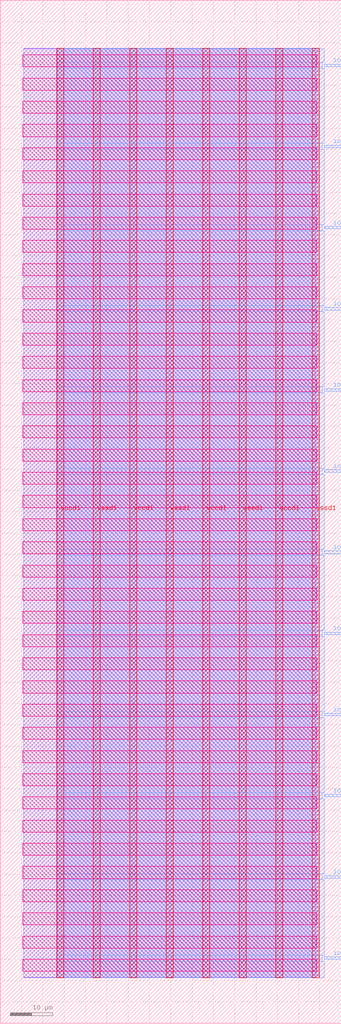
<source format=lef>
VERSION 5.7 ;
  NOWIREEXTENSIONATPIN ON ;
  DIVIDERCHAR "/" ;
  BUSBITCHARS "[]" ;
MACRO analog_io_control
  CLASS BLOCK ;
  FOREIGN analog_io_control ;
  ORIGIN 0.000 0.000 ;
  SIZE 80.000 BY 240.000 ;
  PIN io_oeb[0]
    DIRECTION OUTPUT TRISTATE ;
    USE SIGNAL ;
    PORT
      LAYER met3 ;
        RECT 76.000 34.040 80.000 34.640 ;
    END
  END io_oeb[0]
  PIN io_oeb[1]
    DIRECTION OUTPUT TRISTATE ;
    USE SIGNAL ;
    PORT
      LAYER met3 ;
        RECT 76.000 72.120 80.000 72.720 ;
    END
  END io_oeb[1]
  PIN io_oeb[2]
    DIRECTION OUTPUT TRISTATE ;
    USE SIGNAL ;
    PORT
      LAYER met3 ;
        RECT 76.000 110.200 80.000 110.800 ;
    END
  END io_oeb[2]
  PIN io_oeb[3]
    DIRECTION OUTPUT TRISTATE ;
    USE SIGNAL ;
    PORT
      LAYER met3 ;
        RECT 76.000 148.280 80.000 148.880 ;
    END
  END io_oeb[3]
  PIN io_oeb[4]
    DIRECTION OUTPUT TRISTATE ;
    USE SIGNAL ;
    PORT
      LAYER met3 ;
        RECT 76.000 186.360 80.000 186.960 ;
    END
  END io_oeb[4]
  PIN io_oeb[5]
    DIRECTION OUTPUT TRISTATE ;
    USE SIGNAL ;
    PORT
      LAYER met3 ;
        RECT 76.000 224.440 80.000 225.040 ;
    END
  END io_oeb[5]
  PIN io_out[0]
    DIRECTION OUTPUT TRISTATE ;
    USE SIGNAL ;
    PORT
      LAYER met3 ;
        RECT 76.000 15.000 80.000 15.600 ;
    END
  END io_out[0]
  PIN io_out[1]
    DIRECTION OUTPUT TRISTATE ;
    USE SIGNAL ;
    PORT
      LAYER met3 ;
        RECT 76.000 53.080 80.000 53.680 ;
    END
  END io_out[1]
  PIN io_out[2]
    DIRECTION OUTPUT TRISTATE ;
    USE SIGNAL ;
    PORT
      LAYER met3 ;
        RECT 76.000 91.160 80.000 91.760 ;
    END
  END io_out[2]
  PIN io_out[3]
    DIRECTION OUTPUT TRISTATE ;
    USE SIGNAL ;
    PORT
      LAYER met3 ;
        RECT 76.000 129.240 80.000 129.840 ;
    END
  END io_out[3]
  PIN io_out[4]
    DIRECTION OUTPUT TRISTATE ;
    USE SIGNAL ;
    PORT
      LAYER met3 ;
        RECT 76.000 167.320 80.000 167.920 ;
    END
  END io_out[4]
  PIN io_out[5]
    DIRECTION OUTPUT TRISTATE ;
    USE SIGNAL ;
    PORT
      LAYER met3 ;
        RECT 76.000 205.400 80.000 206.000 ;
    END
  END io_out[5]
  PIN vccd1
    DIRECTION INOUT ;
    USE POWER ;
    PORT
      LAYER met4 ;
        RECT 13.285 10.640 14.885 228.720 ;
    END
    PORT
      LAYER met4 ;
        RECT 30.420 10.640 32.020 228.720 ;
    END
    PORT
      LAYER met4 ;
        RECT 47.555 10.640 49.155 228.720 ;
    END
    PORT
      LAYER met4 ;
        RECT 64.690 10.640 66.290 228.720 ;
    END
  END vccd1
  PIN vssd1
    DIRECTION INOUT ;
    USE GROUND ;
    PORT
      LAYER met4 ;
        RECT 21.850 10.640 23.450 228.720 ;
    END
    PORT
      LAYER met4 ;
        RECT 38.985 10.640 40.585 228.720 ;
    END
    PORT
      LAYER met4 ;
        RECT 56.120 10.640 57.720 228.720 ;
    END
    PORT
      LAYER met4 ;
        RECT 73.255 10.640 74.855 228.720 ;
    END
  END vssd1
  OBS
      LAYER nwell ;
        RECT 5.330 224.345 74.250 227.175 ;
        RECT 5.330 218.905 74.250 221.735 ;
        RECT 5.330 213.465 74.250 216.295 ;
        RECT 5.330 208.025 74.250 210.855 ;
        RECT 5.330 202.585 74.250 205.415 ;
        RECT 5.330 197.145 74.250 199.975 ;
        RECT 5.330 191.705 74.250 194.535 ;
        RECT 5.330 186.265 74.250 189.095 ;
        RECT 5.330 180.825 74.250 183.655 ;
        RECT 5.330 175.385 74.250 178.215 ;
        RECT 5.330 169.945 74.250 172.775 ;
        RECT 5.330 164.505 74.250 167.335 ;
        RECT 5.330 159.065 74.250 161.895 ;
        RECT 5.330 153.625 74.250 156.455 ;
        RECT 5.330 148.185 74.250 151.015 ;
        RECT 5.330 142.745 74.250 145.575 ;
        RECT 5.330 137.305 74.250 140.135 ;
        RECT 5.330 131.865 74.250 134.695 ;
        RECT 5.330 126.425 74.250 129.255 ;
        RECT 5.330 120.985 74.250 123.815 ;
        RECT 5.330 115.545 74.250 118.375 ;
        RECT 5.330 110.105 74.250 112.935 ;
        RECT 5.330 104.665 74.250 107.495 ;
        RECT 5.330 99.225 74.250 102.055 ;
        RECT 5.330 93.785 74.250 96.615 ;
        RECT 5.330 88.345 74.250 91.175 ;
        RECT 5.330 82.905 74.250 85.735 ;
        RECT 5.330 77.465 74.250 80.295 ;
        RECT 5.330 72.025 74.250 74.855 ;
        RECT 5.330 66.585 74.250 69.415 ;
        RECT 5.330 61.145 74.250 63.975 ;
        RECT 5.330 55.705 74.250 58.535 ;
        RECT 5.330 50.265 74.250 53.095 ;
        RECT 5.330 44.825 74.250 47.655 ;
        RECT 5.330 39.385 74.250 42.215 ;
        RECT 5.330 33.945 74.250 36.775 ;
        RECT 5.330 28.505 74.250 31.335 ;
        RECT 5.330 23.065 74.250 25.895 ;
        RECT 5.330 17.625 74.250 20.455 ;
        RECT 5.330 12.185 74.250 15.015 ;
      LAYER li1 ;
        RECT 5.520 10.795 74.060 228.565 ;
      LAYER met1 ;
        RECT 5.520 10.640 74.855 228.720 ;
      LAYER met2 ;
        RECT 13.315 10.695 74.825 228.665 ;
      LAYER met3 ;
        RECT 13.295 225.440 76.000 228.645 ;
        RECT 13.295 224.040 75.600 225.440 ;
        RECT 13.295 206.400 76.000 224.040 ;
        RECT 13.295 205.000 75.600 206.400 ;
        RECT 13.295 187.360 76.000 205.000 ;
        RECT 13.295 185.960 75.600 187.360 ;
        RECT 13.295 168.320 76.000 185.960 ;
        RECT 13.295 166.920 75.600 168.320 ;
        RECT 13.295 149.280 76.000 166.920 ;
        RECT 13.295 147.880 75.600 149.280 ;
        RECT 13.295 130.240 76.000 147.880 ;
        RECT 13.295 128.840 75.600 130.240 ;
        RECT 13.295 111.200 76.000 128.840 ;
        RECT 13.295 109.800 75.600 111.200 ;
        RECT 13.295 92.160 76.000 109.800 ;
        RECT 13.295 90.760 75.600 92.160 ;
        RECT 13.295 73.120 76.000 90.760 ;
        RECT 13.295 71.720 75.600 73.120 ;
        RECT 13.295 54.080 76.000 71.720 ;
        RECT 13.295 52.680 75.600 54.080 ;
        RECT 13.295 35.040 76.000 52.680 ;
        RECT 13.295 33.640 75.600 35.040 ;
        RECT 13.295 16.000 76.000 33.640 ;
        RECT 13.295 14.600 75.600 16.000 ;
        RECT 13.295 10.715 76.000 14.600 ;
  END
END analog_io_control
END LIBRARY


</source>
